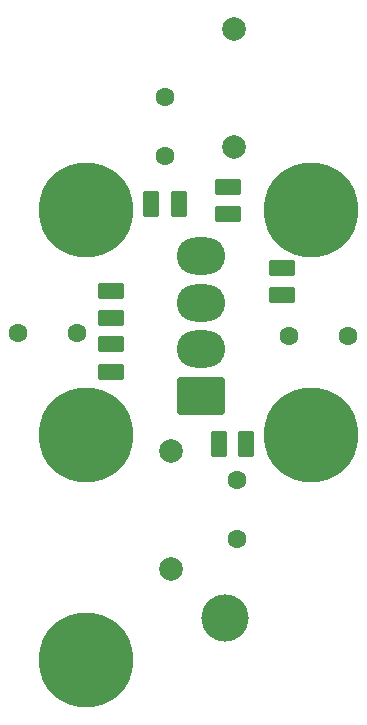
<source format=gbr>
%TF.GenerationSoftware,KiCad,Pcbnew,(6.0.7-1)-1*%
%TF.CreationDate,2022-10-01T11:55:10+02:00*%
%TF.ProjectId,HP6632B_binding_posts,48503636-3332-4425-9f62-696e64696e67,v2.0*%
%TF.SameCoordinates,Original*%
%TF.FileFunction,Soldermask,Top*%
%TF.FilePolarity,Negative*%
%FSLAX46Y46*%
G04 Gerber Fmt 4.6, Leading zero omitted, Abs format (unit mm)*
G04 Created by KiCad (PCBNEW (6.0.7-1)-1) date 2022-10-01 11:55:10*
%MOMM*%
%LPD*%
G01*
G04 APERTURE LIST*
G04 Aperture macros list*
%AMRoundRect*
0 Rectangle with rounded corners*
0 $1 Rounding radius*
0 $2 $3 $4 $5 $6 $7 $8 $9 X,Y pos of 4 corners*
0 Add a 4 corners polygon primitive as box body*
4,1,4,$2,$3,$4,$5,$6,$7,$8,$9,$2,$3,0*
0 Add four circle primitives for the rounded corners*
1,1,$1+$1,$2,$3*
1,1,$1+$1,$4,$5*
1,1,$1+$1,$6,$7*
1,1,$1+$1,$8,$9*
0 Add four rect primitives between the rounded corners*
20,1,$1+$1,$2,$3,$4,$5,0*
20,1,$1+$1,$4,$5,$6,$7,0*
20,1,$1+$1,$6,$7,$8,$9,0*
20,1,$1+$1,$8,$9,$2,$3,0*%
G04 Aperture macros list end*
%ADD10C,8.000000*%
%ADD11C,2.000000*%
%ADD12C,1.600000*%
%ADD13RoundRect,0.250001X0.462499X0.849999X-0.462499X0.849999X-0.462499X-0.849999X0.462499X-0.849999X0*%
%ADD14RoundRect,0.250001X-0.849999X0.462499X-0.849999X-0.462499X0.849999X-0.462499X0.849999X0.462499X0*%
%ADD15RoundRect,0.250001X-0.462499X-0.849999X0.462499X-0.849999X0.462499X0.849999X-0.462499X0.849999X0*%
%ADD16RoundRect,0.250001X0.849999X-0.462499X0.849999X0.462499X-0.849999X0.462499X-0.849999X-0.462499X0*%
%ADD17C,4.000000*%
%ADD18RoundRect,0.250000X1.800000X-1.330000X1.800000X1.330000X-1.800000X1.330000X-1.800000X-1.330000X0*%
%ADD19O,4.100000X3.160000*%
G04 APERTURE END LIST*
D10*
%TO.C,BP2*%
X95050000Y-90450000D03*
%TD*%
D11*
%TO.C,C604*%
X102272000Y-101736000D03*
X102272000Y-91736000D03*
%TD*%
D12*
%TO.C,C605*%
X101764000Y-66764000D03*
X101764000Y-61764000D03*
%TD*%
D13*
%TO.C,L601*%
X102926500Y-70828000D03*
X100601500Y-70828000D03*
%TD*%
D14*
%TO.C,L603*%
X97192000Y-78194000D03*
X97192000Y-80519000D03*
%TD*%
D10*
%TO.C,BP1*%
X95050000Y-71400000D03*
%TD*%
D15*
%TO.C,L606*%
X106297000Y-91148000D03*
X108622000Y-91148000D03*
%TD*%
D12*
%TO.C,C607*%
X112218000Y-82004000D03*
X117218000Y-82004000D03*
%TD*%
%TO.C,C608*%
X107860000Y-99236000D03*
X107860000Y-94236000D03*
%TD*%
D10*
%TO.C,BP5*%
X95050000Y-109500000D03*
%TD*%
D16*
%TO.C,L602*%
X107098000Y-71736500D03*
X107098000Y-69411500D03*
%TD*%
D14*
%TO.C,L604*%
X97192000Y-82727000D03*
X97192000Y-85052000D03*
%TD*%
D16*
%TO.C,L605*%
X111670000Y-78594500D03*
X111670000Y-76269500D03*
%TD*%
D11*
%TO.C,C603*%
X107606000Y-66002000D03*
X107606000Y-56002000D03*
%TD*%
D17*
%TO.C,J1*%
X106844000Y-105880000D03*
%TD*%
D18*
%TO.C,J615*%
X104812000Y-87130000D03*
D19*
X104812000Y-83170000D03*
X104812000Y-79210000D03*
X104812000Y-75250000D03*
%TD*%
D12*
%TO.C,C606*%
X89318000Y-81750000D03*
X94318000Y-81750000D03*
%TD*%
D10*
%TO.C,BP3*%
X114100000Y-71400000D03*
%TD*%
%TO.C,BP4*%
X114100000Y-90450000D03*
%TD*%
M02*

</source>
